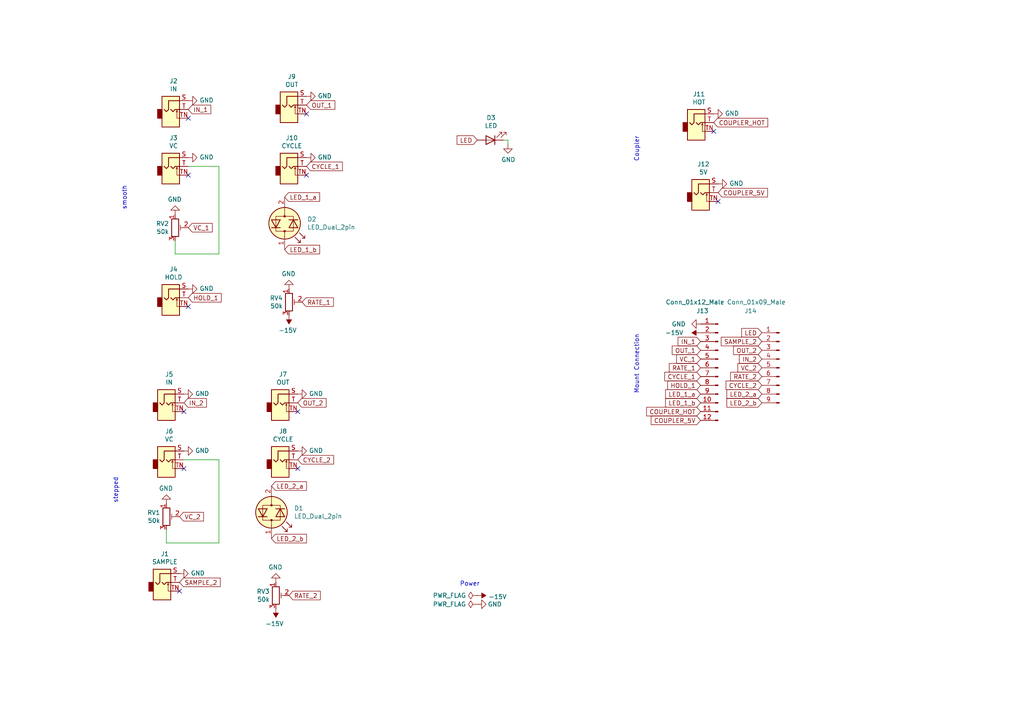
<source format=kicad_sch>
(kicad_sch (version 20230121) (generator eeschema)
  (paper "A4")
  (title_block (title "Smooth and Stepped Generator") (date "2020-05-24") (rev "02") (comment 1 "Original design by Ken Stone") (comment 2 "Schema for mount circuit") (comment 4 "License CC BY 4.0 - Attribution 4.0 International"))
  (lib_symbols
    (symbol "Connector:Conn_01x09_Pin" (pin_names (offset 1.016) hide)
      (property "Reference" "J" (at 0 12.7 0))
      (property "Value" "Conn_01x09_Pin" (at 0 -12.7 0))
      (symbol "Conn_01x09_Pin_1_1"
        (polyline (pts (xy 1.27 -10.16) (xy 0.8636 -10.16)) (stroke (width 0.1524)))
        (polyline (pts (xy 1.27 -7.62) (xy 0.8636 -7.62)) (stroke (width 0.1524)))
        (polyline (pts (xy 1.27 -5.08) (xy 0.8636 -5.08)) (stroke (width 0.1524)))
        (polyline (pts (xy 1.27 -2.54) (xy 0.8636 -2.54)) (stroke (width 0.1524)))
        (polyline (pts (xy 1.27 0) (xy 0.8636 0)) (stroke (width 0.1524)))
        (polyline (pts (xy 1.27 2.54) (xy 0.8636 2.54)) (stroke (width 0.1524)))
        (polyline (pts (xy 1.27 5.08) (xy 0.8636 5.08)) (stroke (width 0.1524)))
        (polyline (pts (xy 1.27 7.62) (xy 0.8636 7.62)) (stroke (width 0.1524)))
        (polyline (pts (xy 1.27 10.16) (xy 0.8636 10.16)) (stroke (width 0.1524)))
        (rectangle (start 0.8636 -10.033) (end 0 -10.287) (stroke (width 0.1524)) (fill (type outline)))
        (rectangle (start 0.8636 -7.493) (end 0 -7.747) (stroke (width 0.1524)) (fill (type outline)))
        (rectangle (start 0.8636 -4.953) (end 0 -5.207) (stroke (width 0.1524)) (fill (type outline)))
        (rectangle (start 0.8636 -2.413) (end 0 -2.667) (stroke (width 0.1524)) (fill (type outline)))
        (rectangle (start 0.8636 0.127) (end 0 -0.127) (stroke (width 0.1524)) (fill (type outline)))
        (rectangle (start 0.8636 2.667) (end 0 2.413) (stroke (width 0.1524)) (fill (type outline)))
        (rectangle (start 0.8636 5.207) (end 0 4.953) (stroke (width 0.1524)) (fill (type outline)))
        (rectangle (start 0.8636 7.747) (end 0 7.493) (stroke (width 0.1524)) (fill (type outline)))
        (rectangle (start 0.8636 10.287) (end 0 10.033) (stroke (width 0.1524)) (fill (type outline)))
        (pin passive line (at 5.08 10.16 180) (length 3.81) (name "Pin_1") (number "1"))
        (pin passive line (at 5.08 7.62 180) (length 3.81) (name "Pin_2") (number "2"))
        (pin passive line (at 5.08 5.08 180) (length 3.81) (name "Pin_3") (number "3"))
        (pin passive line (at 5.08 2.54 180) (length 3.81) (name "Pin_4") (number "4"))
        (pin passive line (at 5.08 0 180) (length 3.81) (name "Pin_5") (number "5"))
        (pin passive line (at 5.08 -2.54 180) (length 3.81) (name "Pin_6") (number "6"))
        (pin passive line (at 5.08 -5.08 180) (length 3.81) (name "Pin_7") (number "7"))
        (pin passive line (at 5.08 -7.62 180) (length 3.81) (name "Pin_8") (number "8"))
        (pin passive line (at 5.08 -10.16 180) (length 3.81) (name "Pin_9") (number "9"))
      )
    )
    (symbol "Connector:Conn_01x12_Pin" (pin_names (offset 1.016) hide)
      (property "Reference" "J" (at 0 15.24 0))
      (property "Value" "Conn_01x12_Pin" (at 0 -17.78 0))
      (symbol "Conn_01x12_Pin_1_1"
        (polyline (pts (xy 1.27 -15.24) (xy 0.8636 -15.24)) (stroke (width 0.1524)))
        (polyline (pts (xy 1.27 -12.7) (xy 0.8636 -12.7)) (stroke (width 0.1524)))
        (polyline (pts (xy 1.27 -10.16) (xy 0.8636 -10.16)) (stroke (width 0.1524)))
        (polyline (pts (xy 1.27 -7.62) (xy 0.8636 -7.62)) (stroke (width 0.1524)))
        (polyline (pts (xy 1.27 -5.08) (xy 0.8636 -5.08)) (stroke (width 0.1524)))
        (polyline (pts (xy 1.27 -2.54) (xy 0.8636 -2.54)) (stroke (width 0.1524)))
        (polyline (pts (xy 1.27 0) (xy 0.8636 0)) (stroke (width 0.1524)))
        (polyline (pts (xy 1.27 2.54) (xy 0.8636 2.54)) (stroke (width 0.1524)))
        (polyline (pts (xy 1.27 5.08) (xy 0.8636 5.08)) (stroke (width 0.1524)))
        (polyline (pts (xy 1.27 7.62) (xy 0.8636 7.62)) (stroke (width 0.1524)))
        (polyline (pts (xy 1.27 10.16) (xy 0.8636 10.16)) (stroke (width 0.1524)))
        (polyline (pts (xy 1.27 12.7) (xy 0.8636 12.7)) (stroke (width 0.1524)))
        (rectangle (start 0.8636 -15.113) (end 0 -15.367) (stroke (width 0.1524)) (fill (type outline)))
        (rectangle (start 0.8636 -12.573) (end 0 -12.827) (stroke (width 0.1524)) (fill (type outline)))
        (rectangle (start 0.8636 -10.033) (end 0 -10.287) (stroke (width 0.1524)) (fill (type outline)))
        (rectangle (start 0.8636 -7.493) (end 0 -7.747) (stroke (width 0.1524)) (fill (type outline)))
        (rectangle (start 0.8636 -4.953) (end 0 -5.207) (stroke (width 0.1524)) (fill (type outline)))
        (rectangle (start 0.8636 -2.413) (end 0 -2.667) (stroke (width 0.1524)) (fill (type outline)))
        (rectangle (start 0.8636 0.127) (end 0 -0.127) (stroke (width 0.1524)) (fill (type outline)))
        (rectangle (start 0.8636 2.667) (end 0 2.413) (stroke (width 0.1524)) (fill (type outline)))
        (rectangle (start 0.8636 5.207) (end 0 4.953) (stroke (width 0.1524)) (fill (type outline)))
        (rectangle (start 0.8636 7.747) (end 0 7.493) (stroke (width 0.1524)) (fill (type outline)))
        (rectangle (start 0.8636 10.287) (end 0 10.033) (stroke (width 0.1524)) (fill (type outline)))
        (rectangle (start 0.8636 12.827) (end 0 12.573) (stroke (width 0.1524)) (fill (type outline)))
        (pin passive line (at 5.08 12.7 180) (length 3.81) (name "Pin_1") (number "1"))
        (pin passive line (at 5.08 -10.16 180) (length 3.81) (name "Pin_10") (number "10"))
        (pin passive line (at 5.08 -12.7 180) (length 3.81) (name "Pin_11") (number "11"))
        (pin passive line (at 5.08 -15.24 180) (length 3.81) (name "Pin_12") (number "12"))
        (pin passive line (at 5.08 10.16 180) (length 3.81) (name "Pin_2") (number "2"))
        (pin passive line (at 5.08 7.62 180) (length 3.81) (name "Pin_3") (number "3"))
        (pin passive line (at 5.08 5.08 180) (length 3.81) (name "Pin_4") (number "4"))
        (pin passive line (at 5.08 2.54 180) (length 3.81) (name "Pin_5") (number "5"))
        (pin passive line (at 5.08 0 180) (length 3.81) (name "Pin_6") (number "6"))
        (pin passive line (at 5.08 -2.54 180) (length 3.81) (name "Pin_7") (number "7"))
        (pin passive line (at 5.08 -5.08 180) (length 3.81) (name "Pin_8") (number "8"))
        (pin passive line (at 5.08 -7.62 180) (length 3.81) (name "Pin_9") (number "9"))
      )
    )
    (symbol "Connector_Audio:AudioJack2_SwitchT"
      (property "Reference" "J" (at 0 8.89 0))
      (property "Value" "AudioJack2_SwitchT" (at 0 6.35 0))
      (symbol "AudioJack2_SwitchT_0_1"
        (rectangle (start -2.54 0) (end -3.81 -2.54) (stroke (width 0.254)) (fill (type outline)))
        (polyline (pts (xy 1.778 -0.254) (xy 2.032 -0.762)))
        (polyline (pts (xy 0 0) (xy 0.635 -0.635) (xy 1.27 0) (xy 2.54 0)) (stroke (width 0.254)))
        (polyline (pts (xy 2.54 -2.54) (xy 1.778 -2.54) (xy 1.778 -0.254) (xy 1.524 -0.762)))
        (polyline (pts (xy 2.54 2.54) (xy -0.635 2.54) (xy -0.635 0) (xy -1.27 -0.635) (xy -1.905 0)) (stroke (width 0.254)))
        (rectangle (start 2.54 3.81) (end -2.54 -5.08) (stroke (width 0.254)) (fill (type background)))
      )
      (symbol "AudioJack2_SwitchT_1_1"
        (pin passive line (at 5.08 2.54 180) (length 2.54) (name "~") (number "S"))
        (pin passive line (at 5.08 0 180) (length 2.54) (name "~") (number "T"))
        (pin passive line (at 5.08 -2.54 180) (length 2.54) (name "~") (number "TN"))
      )
    )
    (symbol "Device:LED" (pin_numbers hide) (pin_names (offset 1.016) hide)
      (property "Reference" "D" (at 0 2.54 0))
      (property "Value" "LED" (at 0 -2.54 0))
      (symbol "LED_0_1"
        (polyline (pts (xy -1.27 -1.27) (xy -1.27 1.27)) (stroke (width 0.254)))
        (polyline (pts (xy -1.27 0) (xy 1.27 0)))
        (polyline (pts (xy 1.27 -1.27) (xy 1.27 1.27) (xy -1.27 0) (xy 1.27 -1.27)) (stroke (width 0.254)))
        (polyline (pts (xy -3.048 -0.762) (xy -4.572 -2.286) (xy -3.81 -2.286) (xy -4.572 -2.286) (xy -4.572 -1.524)))
        (polyline (pts (xy -1.778 -0.762) (xy -3.302 -2.286) (xy -2.54 -2.286) (xy -3.302 -2.286) (xy -3.302 -1.524)))
      )
      (symbol "LED_1_1"
        (pin passive line (at -3.81 0 0) (length 2.54) (name "K") (number "1"))
        (pin passive line (at 3.81 0 180) (length 2.54) (name "A") (number "2"))
      )
    )
    (symbol "Device:LED_Dual_Bidirectional" (pin_names (offset 0) hide)
      (property "Reference" "D" (at 0 5.715 0))
      (property "Value" "LED_Dual_Bidirectional" (at 0 -6.35 0))
      (symbol "LED_Dual_Bidirectional_0_1"
        (circle (center -2.032 0) (radius 0.254) (fill (type outline)))
        (polyline (pts (xy -4.572 0) (xy -2.54 0)))
        (polyline (pts (xy -2.032 0) (xy -2.54 0)))
        (polyline (pts (xy -1.016 3.81) (xy -1.016 1.27)) (stroke (width 0.254)))
        (polyline (pts (xy 1.27 -1.27) (xy 1.27 -3.81)) (stroke (width 0.254)))
        (polyline (pts (xy 4.064 0) (xy 2.286 0)) (fill (type outline)))
        (polyline (pts (xy 4.318 5.842) (xy 4.318 5.08)) (stroke (width 0.2032)))
        (polyline (pts (xy 5.588 4.572) (xy 5.588 3.81)) (stroke (width 0.2032)))
        (polyline (pts (xy 2.794 4.318) (xy 4.318 5.842) (xy 3.556 5.842)) (stroke (width 0.2032)))
        (polyline (pts (xy 4.064 3.048) (xy 5.588 4.572) (xy 4.826 4.572)) (stroke (width 0.2032)))
        (polyline (pts (xy -1.016 -1.27) (xy -1.016 -3.81) (xy 1.27 -2.54) (xy -1.016 -1.27)) (stroke (width 0.254)))
        (polyline (pts (xy 1.27 3.81) (xy 1.27 1.27) (xy -1.016 2.54) (xy 1.27 3.81)) (stroke (width 0.254)))
        (polyline (pts (xy 2.286 2.54) (xy -2.032 2.54) (xy -2.032 -2.54) (xy 2.286 -2.54) (xy 2.286 2.54)))
        (circle (center 0 0) (radius 4.572) (stroke (width 0.254)) (fill (type background)))
        (circle (center 2.286 0) (radius 0.254) (fill (type outline)))
      )
      (symbol "LED_Dual_Bidirectional_1_1"
        (pin input line (at 7.62 0 180) (length 3.81) (name "KA") (number "1"))
        (pin input line (at -7.62 0 0) (length 3.048) (name "AK") (number "2"))
      )
    )
    (symbol "Device:R_Potentiometer_Trim" (pin_names (offset 1.016) hide)
      (property "Reference" "RV" (at -4.445 0 90))
      (property "Value" "R_Potentiometer_Trim" (at -2.54 0 90))
      (symbol "R_Potentiometer_Trim_0_1"
        (polyline (pts (xy 1.524 0.762) (xy 1.524 -0.762)))
        (polyline (pts (xy 2.54 0) (xy 1.524 0)))
        (rectangle (start 1.016 2.54) (end -1.016 -2.54) (stroke (width 0.254)))
      )
      (symbol "R_Potentiometer_Trim_1_1"
        (pin passive line (at 0 3.81 270) (length 1.27) (name "1") (number "1"))
        (pin passive line (at 3.81 0 180) (length 1.27) (name "2") (number "2"))
        (pin passive line (at 0 -3.81 90) (length 1.27) (name "3") (number "3"))
      )
    )
    (symbol "power:-15V" (power) (pin_names (offset 0))
      (property "Value" "-15V" (at 0 3.81 0))
      (symbol "-15V_0_0"
        (pin power_in line (at 0 0 90) (length 0) hide (name "-15V") (number "1"))
      )
      (symbol "-15V_0_1"
        (polyline (pts (xy 0 0) (xy 0 1.27) (xy 0.762 1.27) (xy 0 2.54) (xy -0.762 1.27) (xy 0 1.27)) (fill (type outline)))
      )
    )
    (symbol "power:GND" (power) (pin_names (offset 0))
      (property "Value" "GND" (at 0 -3.81 0))
      (symbol "GND_0_1"
        (polyline (pts (xy 0 0) (xy 0 -1.27) (xy 1.27 -1.27) (xy 0 -2.54) (xy -1.27 -1.27) (xy 0 -1.27)))
      )
      (symbol "GND_1_1"
        (pin power_in line (at 0 0 270) (length 0) hide (name "GND") (number "1"))
      )
    )
    (symbol "power:PWR_FLAG" (power) (pin_numbers hide) (pin_names (offset 0) hide)
      (property "Value" "PWR_FLAG" (at 0 3.81 0))
      (symbol "PWR_FLAG_0_0"
        (pin power_out line (at 0 0 90) (length 0) (name "pwr") (number "1"))
      )
      (symbol "PWR_FLAG_0_1"
        (polyline (pts (xy 0 0) (xy 0 1.27) (xy -1.016 1.905) (xy 0 2.54) (xy 1.016 1.905) (xy 0 1.27)))
      )
    )
  )
  (no_connect (at 88.9 33.02))
  (no_connect (at 207.01 38.1))
  (no_connect (at 88.9 50.8))
  (no_connect (at 86.36 119.38))
  (no_connect (at 208.28 58.42))
  (no_connect (at 54.61 34.29))
  (no_connect (at 53.34 119.38))
  (no_connect (at 54.61 88.9))
  (no_connect (at 54.61 50.8))
  (no_connect (at 86.36 135.89))
  (no_connect (at 53.34 135.89))
  (no_connect (at 52.07 171.45))
  (wire (pts (xy 63.5 73.66) (xy 50.8 73.66)))
  (wire (pts (xy 54.61 48.26) (xy 63.5 48.26)))
  (wire (pts (xy 147.32 41.91) (xy 147.32 40.64)))
  (wire (pts (xy 63.5 48.26) (xy 63.5 73.66)))
  (wire (pts (xy 50.8 73.66) (xy 50.8 69.85)))
  (wire (pts (xy 48.26 153.67) (xy 48.26 157.48)))
  (wire (pts (xy 63.5 157.48) (xy 63.5 133.35)))
  (wire (pts (xy 63.5 133.35) (xy 53.34 133.35)))
  (wire (pts (xy 48.26 157.48) (xy 63.5 157.48)))
  (wire (pts (xy 147.32 40.64) (xy 146.05 40.64)))
  (text "stepped" (at 34.29 146.05 90) (effects (font (size 1.27 1.27)) (justify left bottom)))
  (text "Coupler" (at 185.42 46.99 90) (effects (font (size 1.27 1.27)) (justify left bottom)))
  (text "Mount Connection" (at 185.42 114.3 90) (effects (font (size 1.27 1.27)) (justify left bottom)))
  (text "Power" (at 133.35 170.18 0) (effects (font (size 1.27 1.27)) (justify left bottom)))
  (text "smooth" (at 36.83 60.96 90) (effects (font (size 1.27 1.27)) (justify left bottom)))
  (global_label "RATE_1" (shape input) (at 203.2 106.68 180) (property "Intersheetrefs" "${INTERSHEET_REFS}" (effects hide)))
  (global_label "IN_1" (shape input) (at 203.2 99.06 180) (property "Intersheetrefs" "${INTERSHEET_REFS}" (effects hide)))
  (global_label "CYCLE_2" (shape input) (at 220.98 111.76 180) (property "Intersheetrefs" "${INTERSHEET_REFS}" (effects hide)))
  (global_label "IN_2" (shape input) (at 53.34 116.84 0) (property "Intersheetrefs" "${INTERSHEET_REFS}" (effects hide)))
  (global_label "HOLD_1" (shape input) (at 54.61 86.36 0) (property "Intersheetrefs" "${INTERSHEET_REFS}" (effects hide)))
  (global_label "IN_2" (shape input) (at 220.98 104.14 180) (property "Intersheetrefs" "${INTERSHEET_REFS}" (effects hide)))
  (global_label "LED" (shape input) (at 138.43 40.64 180) (property "Intersheetrefs" "${INTERSHEET_REFS}" (effects hide)))
  (global_label "OUT_1" (shape input) (at 88.9 30.48 0) (property "Intersheetrefs" "${INTERSHEET_REFS}" (effects hide)))
  (global_label "CYCLE_2" (shape input) (at 86.36 133.35 0) (property "Intersheetrefs" "${INTERSHEET_REFS}" (effects hide)))
  (global_label "LED" (shape input) (at 220.98 96.52 180) (property "Intersheetrefs" "${INTERSHEET_REFS}" (effects hide)))
  (global_label "RATE_1" (shape input) (at 87.63 87.63 0) (property "Intersheetrefs" "${INTERSHEET_REFS}" (effects hide)))
  (global_label "RATE_2" (shape input) (at 83.82 172.72 0) (property "Intersheetrefs" "${INTERSHEET_REFS}" (effects hide)))
  (global_label "IN_1" (shape input) (at 54.61 31.75 0) (property "Intersheetrefs" "${INTERSHEET_REFS}" (effects hide)))
  (global_label "OUT_1" (shape input) (at 203.2 101.6 180) (property "Intersheetrefs" "${INTERSHEET_REFS}" (effects hide)))
  (global_label "LED_2_b" (shape input) (at 220.98 116.84 180) (property "Intersheetrefs" "${INTERSHEET_REFS}" (effects hide)))
  (global_label "COUPLER_5V" (shape input) (at 203.2 121.92 180) (property "Intersheetrefs" "${INTERSHEET_REFS}" (effects hide)))
  (global_label "LED_1_a" (shape input) (at 82.55 57.15 0) (property "Intersheetrefs" "${INTERSHEET_REFS}" (effects hide)))
  (global_label "LED_1_b" (shape input) (at 82.55 72.39 0) (property "Intersheetrefs" "${INTERSHEET_REFS}" (effects hide)))
  (global_label "COUPLER_HOT" (shape input) (at 203.2 119.38 180) (property "Intersheetrefs" "${INTERSHEET_REFS}" (effects hide)))
  (global_label "SAMPLE_2" (shape input) (at 220.98 99.06 180) (property "Intersheetrefs" "${INTERSHEET_REFS}" (effects hide)))
  (global_label "OUT_2" (shape input) (at 86.36 116.84 0) (property "Intersheetrefs" "${INTERSHEET_REFS}" (effects hide)))
  (global_label "VC_2" (shape input) (at 220.98 106.68 180) (property "Intersheetrefs" "${INTERSHEET_REFS}" (effects hide)))
  (global_label "COUPLER_HOT" (shape input) (at 207.01 35.56 0) (property "Intersheetrefs" "${INTERSHEET_REFS}" (effects hide)))
  (global_label "RATE_2" (shape input) (at 220.98 109.22 180) (property "Intersheetrefs" "${INTERSHEET_REFS}" (effects hide)))
  (global_label "HOLD_1" (shape input) (at 203.2 111.76 180) (property "Intersheetrefs" "${INTERSHEET_REFS}" (effects hide)))
  (global_label "LED_1_a" (shape input) (at 203.2 114.3 180) (property "Intersheetrefs" "${INTERSHEET_REFS}" (effects hide)))
  (global_label "OUT_2" (shape input) (at 220.98 101.6 180) (property "Intersheetrefs" "${INTERSHEET_REFS}" (effects hide)))
  (global_label "LED_2_a" (shape input) (at 220.98 114.3 180) (property "Intersheetrefs" "${INTERSHEET_REFS}" (effects hide)))
  (global_label "CYCLE_1" (shape input) (at 88.9 48.26 0) (property "Intersheetrefs" "${INTERSHEET_REFS}" (effects hide)))
  (global_label "VC_2" (shape input) (at 52.07 149.86 0) (property "Intersheetrefs" "${INTERSHEET_REFS}" (effects hide)))
  (global_label "VC_1" (shape input) (at 54.61 66.04 0) (property "Intersheetrefs" "${INTERSHEET_REFS}" (effects hide)))
  (global_label "LED_2_b" (shape input) (at 78.74 156.21 0) (property "Intersheetrefs" "${INTERSHEET_REFS}" (effects hide)))
  (global_label "LED_2_a" (shape input) (at 78.74 140.97 0) (property "Intersheetrefs" "${INTERSHEET_REFS}" (effects hide)))
  (global_label "LED_1_b" (shape input) (at 203.2 116.84 180) (property "Intersheetrefs" "${INTERSHEET_REFS}" (effects hide)))
  (global_label "SAMPLE_2" (shape input) (at 52.07 168.91 0) (property "Intersheetrefs" "${INTERSHEET_REFS}" (effects hide)))
  (global_label "VC_1" (shape input) (at 203.2 104.14 180) (property "Intersheetrefs" "${INTERSHEET_REFS}" (effects hide)))
  (global_label "COUPLER_5V" (shape input) (at 208.28 55.88 0) (property "Intersheetrefs" "${INTERSHEET_REFS}" (effects hide)))
  (global_label "CYCLE_1" (shape input) (at 203.2 109.22 180) (property "Intersheetrefs" "${INTERSHEET_REFS}" (effects hide)))
  (symbol (lib_id "power:-15V") (at 138.43 172.72 270) (unit 1)
    (property "Reference" "#PWR019" (effects hide))
    (property "Value" "-15V" (at 141.6812 173.101 90) (effects (justify left)))
  )
  (symbol (lib_id "power:GND") (at 138.43 175.26 90) (unit 1)
    (property "Reference" "#PWR020" (effects hide))
    (property "Value" "GND" (at 143.51 175.26 90))
  )
  (symbol (lib_id "power:PWR_FLAG") (at 138.43 172.72 90) (unit 1)
    (property "Reference" "#FLG01" (effects hide))
    (property "Value" "PWR_FLAG" (at 135.1788 172.72 90) (effects (justify left)))
  )
  (symbol (lib_id "power:PWR_FLAG") (at 138.43 175.26 90) (unit 1)
    (property "Reference" "#FLG02" (effects hide))
    (property "Value" "PWR_FLAG" (at 135.1788 175.26 90) (effects (justify left)))
  )
  (symbol (lib_id "Connector_Audio:AudioJack2_SwitchT") (at 49.53 31.75 0) (unit 1)
    (property "Reference" "J2" (at 50.3428 23.495 0))
    (property "Value" "IN" (at 50.3428 25.8064 0))
    (property "Footprint" "elektrophon:Jack_3.5mm_WQP-PJ398SM_Vertical" (effects hide))
  )
  (symbol (lib_id "Device:LED_Dual_Bidirectional") (at 82.55 64.77 270) (unit 1)
    (property "Reference" "D2" (at 89.1032 63.6016 90) (effects (justify left)))
    (property "Value" "LED_Dual_2pin" (at 89.1032 65.913 90) (effects (justify left)))
    (property "Footprint" "LED_THT:LED_D5.0mm" (effects hide))
  )
  (symbol (lib_id "Connector_Audio:AudioJack2_SwitchT") (at 83.82 30.48 0) (unit 1)
    (property "Reference" "J9" (at 84.6328 22.225 0))
    (property "Value" "OUT" (at 84.6328 24.5364 0))
    (property "Footprint" "elektrophon:Jack_3.5mm_WQP-PJ398SM_Vertical" (effects hide))
  )
  (symbol (lib_id "Connector_Audio:AudioJack2_SwitchT") (at 49.53 48.26 0) (unit 1)
    (property "Reference" "J3" (at 50.3428 40.005 0))
    (property "Value" "VC" (at 50.3428 42.3164 0))
    (property "Footprint" "elektrophon:Jack_3.5mm_WQP-PJ398SM_Vertical" (effects hide))
  )
  (symbol (lib_id "Connector_Audio:AudioJack2_SwitchT") (at 49.53 86.36 0) (unit 1)
    (property "Reference" "J4" (at 50.3428 78.105 0))
    (property "Value" "HOLD" (at 50.3428 80.4164 0))
    (property "Footprint" "elektrophon:Jack_3.5mm_WQP-PJ398SM_Vertical" (effects hide))
  )
  (symbol (lib_id "Device:R_Potentiometer_Trim") (at 50.8 66.04 0) (unit 1)
    (property "Reference" "RV2" (at 49.022 64.8716 0) (effects (justify right)))
    (property "Value" "50k" (at 49.022 67.183 0) (effects (justify right)))
    (property "Footprint" "elektrophon:Potentiometer_Alpha_RD901F-40-00D_Single_Vertical" (effects hide))
  )
  (symbol (lib_id "power:GND") (at 50.8 62.23 180) (unit 1)
    (property "Reference" "#PWR02" (effects hide))
    (property "Value" "GND" (at 50.673 57.8358 0))
  )
  (symbol (lib_id "Connector_Audio:AudioJack2_SwitchT") (at 83.82 48.26 0) (unit 1)
    (property "Reference" "J10" (at 84.6328 40.005 0))
    (property "Value" "CYCLE" (at 84.6328 42.3164 0))
    (property "Footprint" "elektrophon:Jack_3.5mm_WQP-PJ398SM_Vertical" (effects hide))
  )
  (symbol (lib_id "Connector_Audio:AudioJack2_SwitchT") (at 201.93 35.56 0) (unit 1)
    (property "Reference" "J11" (at 202.7428 27.305 0))
    (property "Value" "HOT" (at 202.7428 29.6164 0))
    (property "Footprint" "elektrophon:Jack_3.5mm_WQP-PJ398SM_Vertical" (effects hide))
  )
  (symbol (lib_id "Connector_Audio:AudioJack2_SwitchT") (at 203.2 55.88 0) (unit 1)
    (property "Reference" "J12" (at 204.0128 47.625 0))
    (property "Value" "5V" (at 204.0128 49.9364 0))
    (property "Footprint" "elektrophon:Jack_3.5mm_WQP-PJ398SM_Vertical" (effects hide))
  )
  (symbol (lib_id "Device:LED") (at 142.24 40.64 180) (unit 1)
    (property "Reference" "D3" (at 142.4178 34.163 0))
    (property "Value" "LED" (at 142.4178 36.4744 0))
    (property "Footprint" "LED_THT:LED_D5.0mm" (effects hide))
  )
  (symbol (lib_id "power:GND") (at 147.32 41.91 0) (unit 1)
    (property "Reference" "#PWR023" (effects hide))
    (property "Value" "GND" (at 147.447 46.3042 0))
  )
  (symbol (lib_id "Connector_Audio:AudioJack2_SwitchT") (at 48.26 116.84 0) (unit 1)
    (property "Reference" "J5" (at 49.0728 108.585 0))
    (property "Value" "IN" (at 49.0728 110.8964 0))
    (property "Footprint" "elektrophon:Jack_3.5mm_WQP-PJ398SM_Vertical" (effects hide))
  )
  (symbol (lib_id "Connector_Audio:AudioJack2_SwitchT") (at 48.26 133.35 0) (unit 1)
    (property "Reference" "J6" (at 49.0728 125.095 0))
    (property "Value" "VC" (at 49.0728 127.4064 0))
    (property "Footprint" "elektrophon:Jack_3.5mm_WQP-PJ398SM_Vertical" (effects hide))
  )
  (symbol (lib_id "Connector_Audio:AudioJack2_SwitchT") (at 46.99 168.91 0) (unit 1)
    (property "Reference" "J1" (at 47.8028 160.655 0))
    (property "Value" "SAMPLE" (at 47.8028 162.9664 0))
    (property "Footprint" "elektrophon:Jack_3.5mm_WQP-PJ398SM_Vertical" (effects hide))
  )
  (symbol (lib_id "Connector_Audio:AudioJack2_SwitchT") (at 81.28 133.35 0) (unit 1)
    (property "Reference" "J8" (at 82.0928 125.095 0))
    (property "Value" "CYCLE" (at 82.0928 127.4064 0))
    (property "Footprint" "elektrophon:Jack_3.5mm_WQP-PJ398SM_Vertical" (effects hide))
  )
  (symbol (lib_id "Connector_Audio:AudioJack2_SwitchT") (at 81.28 116.84 0) (unit 1)
    (property "Reference" "J7" (at 82.0928 108.585 0))
    (property "Value" "OUT" (at 82.0928 110.8964 0))
    (property "Footprint" "elektrophon:Jack_3.5mm_WQP-PJ398SM_Vertical" (effects hide))
  )
  (symbol (lib_id "Device:LED_Dual_Bidirectional") (at 78.74 148.59 270) (unit 1)
    (property "Reference" "D1" (at 85.2932 147.4216 90) (effects (justify left)))
    (property "Value" "LED_Dual_2pin" (at 85.2932 149.733 90) (effects (justify left)))
    (property "Footprint" "LED_THT:LED_D5.0mm" (effects hide))
  )
  (symbol (lib_id "Connector:Conn_01x12_Pin") (at 208.28 106.68 0) (mirror y) (unit 1)
    (property "Reference" "J13" (at 201.93 90.17 0) (effects (justify right)))
    (property "Value" "Conn_01x12_Male" (at 193.04 87.63 0) (effects (justify right)))
    (property "Footprint" "Connector_PinHeader_2.54mm:PinHeader_1x12_P2.54mm_Vertical" (effects hide))
  )
  (symbol (lib_id "Connector:Conn_01x09_Pin") (at 226.06 106.68 0) (mirror y) (unit 1)
    (property "Reference" "J14" (at 215.9 90.17 0) (effects (justify right)))
    (property "Value" "Conn_01x09_Male" (at 210.82 87.63 0) (effects (justify right)))
    (property "Footprint" "Connector_PinHeader_2.54mm:PinHeader_1x09_P2.54mm_Vertical" (effects hide))
  )
  (symbol (lib_id "Device:R_Potentiometer_Trim") (at 80.01 172.72 0) (unit 1)
    (property "Reference" "RV3" (at 78.232 171.5516 0) (effects (justify right)))
    (property "Value" "50k" (at 78.232 173.863 0) (effects (justify right)))
    (property "Footprint" "elektrophon:Potentiometer_Alpha_RD901F-40-00D_Single_Vertical" (effects hide))
  )
  (symbol (lib_id "power:GND") (at 80.01 168.91 180) (unit 1)
    (property "Reference" "#PWR09" (effects hide))
    (property "Value" "GND" (at 79.883 164.5158 0))
  )
  (symbol (lib_id "power:-15V") (at 80.01 176.53 180) (unit 1)
    (property "Reference" "#PWR010" (effects hide))
    (property "Value" "-15V" (at 79.629 180.9242 0))
  )
  (symbol (lib_id "Device:R_Potentiometer_Trim") (at 83.82 87.63 0) (unit 1)
    (property "Reference" "RV4" (at 82.042 86.4616 0) (effects (justify right)))
    (property "Value" "50k" (at 82.042 88.773 0) (effects (justify right)))
    (property "Footprint" "elektrophon:Potentiometer_Alpha_RD901F-40-00D_Single_Vertical" (effects hide))
  )
  (symbol (lib_id "power:GND") (at 83.82 83.82 180) (unit 1)
    (property "Reference" "#PWR011" (effects hide))
    (property "Value" "GND" (at 83.693 79.4258 0))
  )
  (symbol (lib_id "power:-15V") (at 83.82 91.44 180) (unit 1)
    (property "Reference" "#PWR012" (effects hide))
    (property "Value" "-15V" (at 83.439 95.8342 0))
  )
  (symbol (lib_id "Device:R_Potentiometer_Trim") (at 48.26 149.86 0) (unit 1)
    (property "Reference" "RV1" (at 46.482 148.6916 0) (effects (justify right)))
    (property "Value" "50k" (at 46.482 151.003 0) (effects (justify right)))
    (property "Footprint" "elektrophon:Potentiometer_Alpha_RD901F-40-00D_Single_Vertical" (effects hide))
  )
  (symbol (lib_id "power:GND") (at 48.26 146.05 180) (unit 1)
    (property "Reference" "#PWR01" (effects hide))
    (property "Value" "GND" (at 48.133 141.6558 0))
  )
  (symbol (lib_id "power:GND") (at 54.61 29.21 90) (unit 1)
    (property "Reference" "#PWR04" (effects hide))
    (property "Value" "GND" (at 57.8612 29.083 90) (effects (justify right)))
  )
  (symbol (lib_id "power:GND") (at 54.61 45.72 90) (unit 1)
    (property "Reference" "#PWR05" (effects hide))
    (property "Value" "GND" (at 57.8612 45.593 90) (effects (justify right)))
  )
  (symbol (lib_id "power:GND") (at 54.61 83.82 90) (unit 1)
    (property "Reference" "#PWR06" (effects hide))
    (property "Value" "GND" (at 57.8612 83.693 90) (effects (justify right)))
  )
  (symbol (lib_id "power:GND") (at 53.34 114.3 90) (unit 1)
    (property "Reference" "#PWR07" (effects hide))
    (property "Value" "GND" (at 56.5912 114.173 90) (effects (justify right)))
  )
  (symbol (lib_id "power:GND") (at 53.34 130.81 90) (unit 1)
    (property "Reference" "#PWR08" (effects hide))
    (property "Value" "GND" (at 56.5912 130.683 90) (effects (justify right)))
  )
  (symbol (lib_id "power:GND") (at 52.07 166.37 90) (unit 1)
    (property "Reference" "#PWR03" (effects hide))
    (property "Value" "GND" (at 55.3212 166.243 90) (effects (justify right)))
  )
  (symbol (lib_id "power:GND") (at 86.36 114.3 90) (unit 1)
    (property "Reference" "#PWR013" (effects hide))
    (property "Value" "GND" (at 89.6112 114.173 90) (effects (justify right)))
  )
  (symbol (lib_id "power:GND") (at 86.36 130.81 90) (unit 1)
    (property "Reference" "#PWR014" (effects hide))
    (property "Value" "GND" (at 89.6112 130.683 90) (effects (justify right)))
  )
  (symbol (lib_id "power:GND") (at 88.9 27.94 90) (unit 1)
    (property "Reference" "#PWR015" (effects hide))
    (property "Value" "GND" (at 92.1512 27.813 90) (effects (justify right)))
  )
  (symbol (lib_id "power:GND") (at 88.9 45.72 90) (unit 1)
    (property "Reference" "#PWR016" (effects hide))
    (property "Value" "GND" (at 92.1512 45.593 90) (effects (justify right)))
  )
  (symbol (lib_id "power:GND") (at 207.01 33.02 90) (unit 1)
    (property "Reference" "#PWR021" (effects hide))
    (property "Value" "GND" (at 210.2612 32.893 90) (effects (justify right)))
  )
  (symbol (lib_id "power:GND") (at 208.28 53.34 90) (unit 1)
    (property "Reference" "#PWR022" (effects hide))
    (property "Value" "GND" (at 211.5312 53.213 90) (effects (justify right)))
  )
  (symbol (lib_id "power:-15V") (at 203.2 96.52 90) (unit 1)
    (property "Reference" "#PWR018" (effects hide))
    (property "Value" "-15V" (at 195.58 96.52 90))
  )
  (symbol (lib_id "power:GND") (at 203.2 93.98 270) (unit 1)
    (property "Reference" "#PWR017" (effects hide))
    (property "Value" "GND" (at 196.85 93.98 90))
  )
)
</source>
